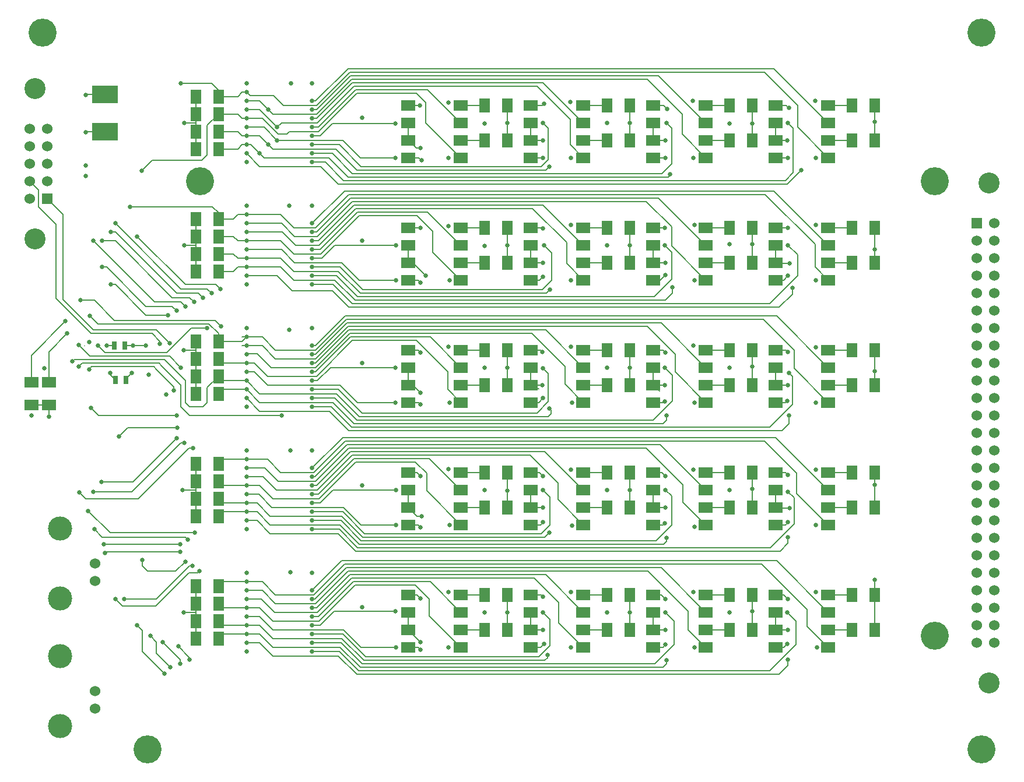
<source format=gbl>
G04 (created by PCBNEW-RS274X (2011-04-29 BZR 2986)-stable) date 8/1/2011 4:56:54 PM*
G01*
G70*
G90*
%MOIN*%
G04 Gerber Fmt 3.4, Leading zero omitted, Abs format*
%FSLAX34Y34*%
G04 APERTURE LIST*
%ADD10C,0.006000*%
%ADD11C,0.120000*%
%ADD12R,0.060000X0.060000*%
%ADD13C,0.060000*%
%ADD14C,0.160000*%
%ADD15C,0.137800*%
%ADD16R,0.060000X0.080000*%
%ADD17R,0.080000X0.060000*%
%ADD18R,0.025000X0.045000*%
%ADD19R,0.147600X0.100400*%
%ADD20C,0.025000*%
%ADD21C,0.008000*%
G04 APERTURE END LIST*
G54D10*
G54D11*
X61100Y-15600D03*
X61100Y-44200D03*
G54D12*
X60400Y-17900D03*
G54D13*
X61400Y-17900D03*
X60400Y-18900D03*
X61400Y-18900D03*
X60400Y-19900D03*
X61400Y-19900D03*
X60400Y-20900D03*
X61400Y-20900D03*
X60400Y-21900D03*
X61400Y-21900D03*
X60400Y-22900D03*
X61400Y-22900D03*
X60400Y-23900D03*
X61400Y-23900D03*
X60400Y-24900D03*
X61400Y-24900D03*
X60400Y-25900D03*
X61400Y-25900D03*
X60400Y-26900D03*
X61400Y-26900D03*
X60400Y-27900D03*
X61400Y-27900D03*
X60400Y-28900D03*
X61400Y-28900D03*
X60400Y-29900D03*
X61400Y-29900D03*
X60400Y-30900D03*
X61400Y-30900D03*
X60400Y-31900D03*
X61400Y-31900D03*
X60400Y-32900D03*
X61400Y-32900D03*
X60400Y-33900D03*
X61400Y-33900D03*
X60400Y-34900D03*
X61400Y-34900D03*
X60400Y-35900D03*
X61400Y-35900D03*
X60400Y-36900D03*
X61400Y-36900D03*
X60400Y-37900D03*
X61400Y-37900D03*
X60400Y-38900D03*
X61400Y-38900D03*
X60400Y-39900D03*
X61400Y-39900D03*
X60400Y-40900D03*
X61400Y-40900D03*
X60400Y-41900D03*
X61400Y-41900D03*
G54D14*
X58000Y-41500D03*
G54D15*
X08000Y-35350D03*
X08000Y-39350D03*
G54D13*
X10000Y-38350D03*
X10000Y-37350D03*
G54D11*
X06550Y-10200D03*
X06550Y-18800D03*
G54D12*
X07250Y-16500D03*
G54D13*
X06250Y-16500D03*
X07250Y-15500D03*
X06250Y-15500D03*
X07250Y-14500D03*
X06250Y-14500D03*
X07250Y-13500D03*
X06250Y-13500D03*
X07250Y-12500D03*
X06250Y-12500D03*
G54D14*
X16000Y-15500D03*
X58000Y-15500D03*
X13000Y-48000D03*
X60650Y-48000D03*
X07000Y-07000D03*
G54D16*
X53250Y-11150D03*
X54550Y-11150D03*
X15750Y-10650D03*
X17050Y-10650D03*
X32250Y-13150D03*
X33550Y-13150D03*
X46250Y-20150D03*
X47550Y-20150D03*
X32250Y-18150D03*
X33550Y-18150D03*
X39250Y-18150D03*
X40550Y-18150D03*
X53250Y-20150D03*
X54550Y-20150D03*
X32250Y-25150D03*
X33550Y-25150D03*
X46250Y-25150D03*
X47550Y-25150D03*
X39250Y-25150D03*
X40550Y-25150D03*
X15750Y-25650D03*
X17050Y-25650D03*
G54D17*
X06350Y-28300D03*
X06350Y-27000D03*
G54D16*
X32250Y-11150D03*
X33550Y-11150D03*
X46250Y-11150D03*
X47550Y-11150D03*
X39250Y-11150D03*
X40550Y-11150D03*
X15750Y-11650D03*
X17050Y-11650D03*
X15750Y-17650D03*
X17050Y-17650D03*
X46250Y-13150D03*
X47550Y-13150D03*
X39250Y-13150D03*
X40550Y-13150D03*
X53250Y-18150D03*
X54550Y-18150D03*
X15750Y-13650D03*
X17050Y-13650D03*
X15750Y-12650D03*
X17050Y-12650D03*
X53250Y-13150D03*
X54550Y-13150D03*
X53250Y-39150D03*
X54550Y-39150D03*
X15750Y-38650D03*
X17050Y-38650D03*
X39250Y-39150D03*
X40550Y-39150D03*
X32250Y-41150D03*
X33550Y-41150D03*
X53250Y-41150D03*
X54550Y-41150D03*
X15750Y-40650D03*
X17050Y-40650D03*
X15750Y-41650D03*
X17050Y-41650D03*
X39250Y-41150D03*
X40550Y-41150D03*
X15750Y-39650D03*
X17050Y-39650D03*
X32250Y-39150D03*
X33550Y-39150D03*
X53250Y-34150D03*
X54550Y-34150D03*
X32250Y-32150D03*
X33550Y-32150D03*
X15750Y-31650D03*
X17050Y-31650D03*
X39250Y-32150D03*
X40550Y-32150D03*
X39250Y-34150D03*
X40550Y-34150D03*
X46250Y-34150D03*
X47550Y-34150D03*
X32250Y-34150D03*
X33550Y-34150D03*
X15750Y-34650D03*
X17050Y-34650D03*
X46250Y-41150D03*
X47550Y-41150D03*
X46250Y-27150D03*
X47550Y-27150D03*
X39250Y-27150D03*
X40550Y-27150D03*
G54D17*
X07350Y-28300D03*
X07350Y-27000D03*
G54D16*
X15750Y-27650D03*
X17050Y-27650D03*
X53250Y-27150D03*
X54550Y-27150D03*
X15750Y-26650D03*
X17050Y-26650D03*
X39250Y-20150D03*
X40550Y-20150D03*
X15750Y-19650D03*
X17050Y-19650D03*
X46250Y-18150D03*
X47550Y-18150D03*
X15750Y-18650D03*
X17050Y-18650D03*
X15750Y-20650D03*
X17050Y-20650D03*
X32250Y-20150D03*
X33550Y-20150D03*
X15750Y-24650D03*
X17050Y-24650D03*
X53250Y-25150D03*
X54550Y-25150D03*
X32250Y-27150D03*
X33550Y-27150D03*
X15750Y-33650D03*
X17050Y-33650D03*
X46250Y-32150D03*
X47550Y-32150D03*
X53250Y-32150D03*
X54550Y-32150D03*
X15750Y-32650D03*
X17050Y-32650D03*
X46250Y-39150D03*
X47550Y-39150D03*
G54D18*
X11750Y-26850D03*
X11150Y-26850D03*
X11100Y-24900D03*
X11700Y-24900D03*
G54D17*
X37900Y-25150D03*
X37900Y-26150D03*
X37900Y-27150D03*
X37900Y-28150D03*
X34900Y-28150D03*
X34900Y-27150D03*
X34900Y-26150D03*
X34900Y-25150D03*
X44900Y-11150D03*
X44900Y-12150D03*
X44900Y-13150D03*
X44900Y-14150D03*
X41900Y-14150D03*
X41900Y-13150D03*
X41900Y-12150D03*
X41900Y-11150D03*
X30900Y-39150D03*
X30900Y-40150D03*
X30900Y-41150D03*
X30900Y-42150D03*
X27900Y-42150D03*
X27900Y-41150D03*
X27900Y-40150D03*
X27900Y-39150D03*
X44900Y-25150D03*
X44900Y-26150D03*
X44900Y-27150D03*
X44900Y-28150D03*
X41900Y-28150D03*
X41900Y-27150D03*
X41900Y-26150D03*
X41900Y-25150D03*
X44900Y-39150D03*
X44900Y-40150D03*
X44900Y-41150D03*
X44900Y-42150D03*
X41900Y-42150D03*
X41900Y-41150D03*
X41900Y-40150D03*
X41900Y-39150D03*
X37900Y-18150D03*
X37900Y-19150D03*
X37900Y-20150D03*
X37900Y-21150D03*
X34900Y-21150D03*
X34900Y-20150D03*
X34900Y-19150D03*
X34900Y-18150D03*
X44900Y-18150D03*
X44900Y-19150D03*
X44900Y-20150D03*
X44900Y-21150D03*
X41900Y-21150D03*
X41900Y-20150D03*
X41900Y-19150D03*
X41900Y-18150D03*
X37900Y-11150D03*
X37900Y-12150D03*
X37900Y-13150D03*
X37900Y-14150D03*
X34900Y-14150D03*
X34900Y-13150D03*
X34900Y-12150D03*
X34900Y-11150D03*
X30900Y-11150D03*
X30900Y-12150D03*
X30900Y-13150D03*
X30900Y-14150D03*
X27900Y-14150D03*
X27900Y-13150D03*
X27900Y-12150D03*
X27900Y-11150D03*
X51900Y-39150D03*
X51900Y-40150D03*
X51900Y-41150D03*
X51900Y-42150D03*
X48900Y-42150D03*
X48900Y-41150D03*
X48900Y-40150D03*
X48900Y-39150D03*
X30900Y-18150D03*
X30900Y-19150D03*
X30900Y-20150D03*
X30900Y-21150D03*
X27900Y-21150D03*
X27900Y-20150D03*
X27900Y-19150D03*
X27900Y-18150D03*
X51900Y-11150D03*
X51900Y-12150D03*
X51900Y-13150D03*
X51900Y-14150D03*
X48900Y-14150D03*
X48900Y-13150D03*
X48900Y-12150D03*
X48900Y-11150D03*
X51900Y-32150D03*
X51900Y-33150D03*
X51900Y-34150D03*
X51900Y-35150D03*
X48900Y-35150D03*
X48900Y-34150D03*
X48900Y-33150D03*
X48900Y-32150D03*
X30900Y-25150D03*
X30900Y-26150D03*
X30900Y-27150D03*
X30900Y-28150D03*
X27900Y-28150D03*
X27900Y-27150D03*
X27900Y-26150D03*
X27900Y-25150D03*
X37900Y-32150D03*
X37900Y-33150D03*
X37900Y-34150D03*
X37900Y-35150D03*
X34900Y-35150D03*
X34900Y-34150D03*
X34900Y-33150D03*
X34900Y-32150D03*
X51900Y-25150D03*
X51900Y-26150D03*
X51900Y-27150D03*
X51900Y-28150D03*
X48900Y-28150D03*
X48900Y-27150D03*
X48900Y-26150D03*
X48900Y-25150D03*
X37900Y-39150D03*
X37900Y-40150D03*
X37900Y-41150D03*
X37900Y-42150D03*
X34900Y-42150D03*
X34900Y-41150D03*
X34900Y-40150D03*
X34900Y-39150D03*
G54D15*
X08000Y-42650D03*
X08000Y-46650D03*
G54D13*
X10000Y-45650D03*
X10000Y-44650D03*
G54D17*
X30900Y-32150D03*
X30900Y-33150D03*
X30900Y-34150D03*
X30900Y-35150D03*
X27900Y-35150D03*
X27900Y-34150D03*
X27900Y-33150D03*
X27900Y-32150D03*
X51900Y-18150D03*
X51900Y-19150D03*
X51900Y-20150D03*
X51900Y-21150D03*
X48900Y-21150D03*
X48900Y-20150D03*
X48900Y-19150D03*
X48900Y-18150D03*
X44900Y-32150D03*
X44900Y-33150D03*
X44900Y-34150D03*
X44900Y-35150D03*
X41900Y-35150D03*
X41900Y-34150D03*
X41900Y-33150D03*
X41900Y-32150D03*
G54D19*
X10550Y-10537D03*
X10550Y-12663D03*
G54D14*
X60650Y-07000D03*
G54D20*
X07350Y-28950D03*
X14050Y-27700D03*
X15000Y-33150D03*
X15050Y-40150D03*
X15100Y-19150D03*
X15100Y-12150D03*
X15050Y-25150D03*
X09450Y-14600D03*
X09450Y-10550D03*
X25250Y-11850D03*
X25250Y-18900D03*
X25250Y-25900D03*
X25250Y-32900D03*
X25250Y-39850D03*
X32250Y-40150D03*
X32250Y-33150D03*
X32250Y-26150D03*
X32250Y-19200D03*
X32250Y-12200D03*
X39250Y-12150D03*
X39250Y-19150D03*
X39250Y-26150D03*
X39250Y-33150D03*
X39250Y-40150D03*
X46250Y-40150D03*
X46250Y-33150D03*
X46250Y-26150D03*
X46250Y-19100D03*
X46250Y-12200D03*
X47550Y-26100D03*
X47550Y-19100D03*
X47550Y-12200D03*
X33550Y-12150D03*
X33550Y-19150D03*
X33550Y-26150D03*
X33550Y-33200D03*
X33550Y-40150D03*
X40550Y-40150D03*
X40550Y-33150D03*
X40550Y-26150D03*
X40550Y-19150D03*
X40550Y-12150D03*
X47550Y-33100D03*
X47550Y-40100D03*
X54550Y-38300D03*
X54550Y-32850D03*
X54550Y-26350D03*
X54550Y-19400D03*
X54550Y-12100D03*
X12100Y-26450D03*
X10650Y-24900D03*
X22400Y-23900D03*
X22400Y-16900D03*
X22400Y-09900D03*
X22400Y-30900D03*
X22400Y-37900D03*
X08300Y-23500D03*
X08400Y-24200D03*
X21150Y-37850D03*
X21150Y-30900D03*
X21100Y-24000D03*
X21100Y-16900D03*
X07100Y-26200D03*
X06350Y-28900D03*
X18650Y-37900D03*
X13050Y-26550D03*
X21200Y-09900D03*
X12150Y-24900D03*
X09650Y-24700D03*
X09450Y-15200D03*
X09450Y-12700D03*
X10850Y-26450D03*
X12900Y-24900D03*
X18650Y-35400D03*
X18650Y-30900D03*
X18650Y-28400D03*
X18650Y-23900D03*
X18650Y-16900D03*
X18650Y-14400D03*
X18650Y-21400D03*
X18650Y-42400D03*
X18650Y-09900D03*
X42550Y-28100D03*
X49550Y-41950D03*
X44250Y-42150D03*
X42600Y-42000D03*
X37200Y-42150D03*
X35650Y-41950D03*
X30200Y-42150D03*
X28600Y-42300D03*
X51200Y-35150D03*
X49600Y-35000D03*
X44250Y-35250D03*
X42550Y-35050D03*
X37250Y-35200D03*
X35600Y-35000D03*
X30250Y-35150D03*
X28600Y-35300D03*
X51200Y-28150D03*
X49550Y-28050D03*
X44250Y-28150D03*
X51250Y-42150D03*
X37250Y-28150D03*
X35600Y-27900D03*
X30250Y-28150D03*
X28600Y-28250D03*
X51200Y-21150D03*
X49600Y-20900D03*
X44250Y-21150D03*
X42600Y-20850D03*
X37200Y-21150D03*
X35600Y-20950D03*
X30250Y-21150D03*
X28600Y-21300D03*
X51200Y-14150D03*
X49600Y-14150D03*
X44200Y-14150D03*
X42600Y-14150D03*
X37200Y-14150D03*
X35600Y-14150D03*
X30200Y-14150D03*
X28650Y-14300D03*
X51200Y-39000D03*
X49600Y-39400D03*
X44200Y-39000D03*
X42600Y-39400D03*
X37200Y-39000D03*
X35600Y-39250D03*
X30200Y-39000D03*
X28600Y-39350D03*
X51200Y-32000D03*
X49600Y-32300D03*
X44200Y-32000D03*
X42600Y-32350D03*
X37200Y-32000D03*
X35600Y-32350D03*
X30200Y-31950D03*
X28600Y-32350D03*
X51200Y-25000D03*
X49600Y-25250D03*
X44200Y-24900D03*
X42600Y-25300D03*
X37200Y-24950D03*
X35550Y-25250D03*
X30200Y-24950D03*
X28600Y-25300D03*
X51200Y-18000D03*
X49600Y-18150D03*
X44250Y-18000D03*
X42550Y-18150D03*
X37200Y-18000D03*
X35600Y-18200D03*
X30200Y-18050D03*
X28600Y-18150D03*
X51150Y-10900D03*
X49650Y-11300D03*
X44150Y-10900D03*
X42700Y-11350D03*
X37150Y-10950D03*
X35650Y-11050D03*
X30200Y-11000D03*
X28550Y-11150D03*
X49700Y-20200D03*
X42600Y-20150D03*
X35600Y-20150D03*
X28900Y-20900D03*
X49600Y-27150D03*
X49550Y-13150D03*
X42550Y-27150D03*
X35550Y-27150D03*
X28600Y-27600D03*
X49700Y-34200D03*
X42600Y-34150D03*
X35600Y-34150D03*
X28650Y-34650D03*
X49600Y-41150D03*
X42600Y-41150D03*
X35600Y-41150D03*
X42600Y-13150D03*
X28600Y-41850D03*
X35600Y-13150D03*
X28600Y-13600D03*
X22400Y-13900D03*
X42650Y-12150D03*
X22400Y-10900D03*
X22400Y-12900D03*
X27150Y-12200D03*
X22400Y-14400D03*
X49600Y-12150D03*
X22400Y-13400D03*
X35600Y-12150D03*
X22400Y-12400D03*
X22400Y-11900D03*
X22400Y-11400D03*
X22400Y-20900D03*
X42550Y-19150D03*
X22400Y-17900D03*
X27200Y-19150D03*
X22400Y-19900D03*
X49600Y-19150D03*
X22400Y-21400D03*
X35650Y-19150D03*
X22400Y-20400D03*
X22400Y-19400D03*
X22400Y-18900D03*
X22400Y-18400D03*
X22400Y-28400D03*
X49650Y-26450D03*
X22400Y-24900D03*
X22400Y-25400D03*
X22400Y-27400D03*
X35600Y-26200D03*
X22400Y-25900D03*
X22400Y-26400D03*
X27150Y-26150D03*
X22400Y-26900D03*
X42550Y-26150D03*
X22400Y-27900D03*
X22400Y-31900D03*
X49600Y-33250D03*
X22400Y-35400D03*
X22400Y-32400D03*
X22400Y-34400D03*
X35600Y-33150D03*
X22400Y-32900D03*
X22400Y-33900D03*
X27200Y-33150D03*
X22400Y-33400D03*
X42600Y-33150D03*
X22400Y-34900D03*
X22400Y-39400D03*
X22400Y-40900D03*
X27150Y-40100D03*
X22400Y-42400D03*
X49550Y-40150D03*
X22400Y-41900D03*
X42600Y-40150D03*
X35600Y-40150D03*
X22400Y-41400D03*
X22400Y-38900D03*
X22400Y-39900D03*
X22400Y-40400D03*
X18650Y-13900D03*
X50350Y-14850D03*
X12000Y-16950D03*
X18650Y-17400D03*
X43000Y-21550D03*
X18650Y-20400D03*
X16650Y-21900D03*
X11150Y-17900D03*
X14150Y-23150D03*
X10900Y-21400D03*
X18650Y-17900D03*
X36000Y-21700D03*
X16150Y-22150D03*
X10900Y-18400D03*
X18650Y-19900D03*
X18650Y-18400D03*
X14650Y-22900D03*
X10400Y-20400D03*
X18650Y-19400D03*
X27200Y-21150D03*
X10400Y-18900D03*
X15650Y-22400D03*
X09900Y-18900D03*
X18650Y-18900D03*
X15150Y-22650D03*
X10150Y-24900D03*
X16400Y-23900D03*
X18650Y-27900D03*
X49650Y-28900D03*
X09700Y-23200D03*
X18650Y-24400D03*
X14900Y-26150D03*
X09050Y-24850D03*
X18650Y-27400D03*
X42650Y-28900D03*
X14900Y-09900D03*
X18650Y-10400D03*
X09150Y-22300D03*
X17200Y-23800D03*
X18650Y-24900D03*
X18650Y-26900D03*
X35950Y-28500D03*
X08700Y-25800D03*
X18650Y-25400D03*
X09050Y-26100D03*
X20650Y-28900D03*
X18650Y-26400D03*
X27150Y-28150D03*
X09650Y-26250D03*
X14500Y-27450D03*
X18650Y-25900D03*
X14650Y-28900D03*
X09750Y-28450D03*
X18650Y-34900D03*
X49600Y-35850D03*
X15700Y-35600D03*
X09600Y-34350D03*
X18650Y-31400D03*
X15600Y-30750D03*
X09100Y-33300D03*
X42650Y-35900D03*
X18650Y-34400D03*
X09950Y-35400D03*
X15300Y-36000D03*
X15100Y-30450D03*
X18650Y-31900D03*
X09900Y-33250D03*
X18650Y-33900D03*
X35950Y-35600D03*
X10500Y-36250D03*
X14850Y-36250D03*
X42850Y-15100D03*
X19400Y-13900D03*
X18650Y-13400D03*
X18650Y-32400D03*
X14650Y-30200D03*
X10350Y-32700D03*
X18650Y-33400D03*
X27200Y-35150D03*
X14850Y-36700D03*
X10550Y-36750D03*
X11350Y-30100D03*
X18650Y-32900D03*
X14700Y-29600D03*
X18650Y-41900D03*
X49600Y-42850D03*
X15950Y-37800D03*
X11150Y-39400D03*
X18650Y-38400D03*
X14750Y-42100D03*
X15400Y-42850D03*
X18650Y-41400D03*
X42650Y-42900D03*
X18650Y-38900D03*
X15550Y-37500D03*
X11650Y-39400D03*
X18650Y-40900D03*
X35850Y-42600D03*
X13850Y-41850D03*
X14850Y-43100D03*
X18650Y-39400D03*
X15150Y-37250D03*
X12700Y-37150D03*
X18650Y-40400D03*
X27200Y-42150D03*
X13150Y-41500D03*
X14300Y-43300D03*
X19900Y-11400D03*
X18650Y-10900D03*
X13950Y-43650D03*
X18650Y-39900D03*
X12400Y-40900D03*
X18650Y-12900D03*
X19900Y-13400D03*
X35950Y-14650D03*
X20400Y-12400D03*
X18650Y-11400D03*
X27150Y-14150D03*
X18650Y-12400D03*
X20400Y-13150D03*
X12650Y-14900D03*
X18650Y-11900D03*
X17150Y-21650D03*
X12400Y-18650D03*
X18650Y-20900D03*
X49850Y-21600D03*
X13700Y-24800D03*
X14250Y-24750D03*
G54D21*
X09400Y-24900D02*
X09400Y-24900D01*
X07350Y-28950D02*
X07350Y-28300D01*
X11750Y-26850D02*
X11750Y-26800D01*
X07350Y-28300D02*
X06350Y-28300D01*
X15000Y-33150D02*
X15750Y-33150D01*
X15050Y-40150D02*
X15750Y-40150D01*
X15100Y-19150D02*
X15750Y-19150D01*
X15100Y-12150D02*
X15750Y-12150D01*
X15050Y-25150D02*
X15750Y-25150D01*
X10550Y-10537D02*
X09463Y-10537D01*
X09463Y-10537D02*
X09450Y-10550D01*
X33550Y-13150D02*
X33550Y-12150D01*
X33550Y-12150D02*
X33550Y-11150D01*
X33550Y-20150D02*
X33550Y-19150D01*
X33550Y-19150D02*
X33550Y-18150D01*
X33550Y-27150D02*
X33550Y-26150D01*
X33550Y-26150D02*
X33550Y-25150D01*
X33550Y-34150D02*
X33550Y-33200D01*
X33550Y-33200D02*
X33550Y-32150D01*
X33550Y-41150D02*
X33550Y-40150D01*
X33550Y-40150D02*
X33550Y-39150D01*
X40550Y-41150D02*
X40550Y-40150D01*
X40550Y-40150D02*
X40550Y-39150D01*
X40550Y-34150D02*
X40550Y-33150D01*
X40550Y-33150D02*
X40550Y-32150D01*
X40550Y-27150D02*
X40550Y-26150D01*
X40550Y-26150D02*
X40550Y-25150D01*
X40550Y-20150D02*
X40550Y-19150D01*
X40550Y-19150D02*
X40550Y-18150D01*
X40550Y-13150D02*
X40550Y-12150D01*
X40550Y-12150D02*
X40550Y-11150D01*
X47550Y-13150D02*
X47550Y-12200D01*
X47550Y-12200D02*
X47550Y-11150D01*
X47550Y-20150D02*
X47550Y-19100D01*
X47550Y-19100D02*
X47550Y-18150D01*
X47550Y-27150D02*
X47550Y-26100D01*
X47550Y-26100D02*
X47550Y-25150D01*
X47550Y-34150D02*
X47550Y-33100D01*
X47550Y-33100D02*
X47550Y-32150D01*
X47550Y-41150D02*
X47550Y-40100D01*
X47550Y-40100D02*
X47550Y-39150D01*
X54550Y-39150D02*
X54550Y-38300D01*
X54550Y-39150D02*
X54550Y-41150D01*
X54550Y-34150D02*
X54550Y-32850D01*
X54550Y-32850D02*
X54550Y-32150D01*
X54550Y-27150D02*
X54550Y-26350D01*
X54550Y-26350D02*
X54550Y-25150D01*
X54550Y-20150D02*
X54550Y-19400D01*
X54550Y-19350D02*
X54550Y-19400D01*
X54550Y-19350D02*
X54550Y-18150D01*
X54550Y-13150D02*
X54550Y-12100D01*
X54550Y-12100D02*
X54550Y-11150D01*
X11750Y-26800D02*
X12100Y-26450D01*
X11100Y-24900D02*
X10650Y-24900D01*
X15750Y-39650D02*
X15750Y-40150D01*
X15750Y-40150D02*
X15750Y-40650D01*
X15750Y-40650D02*
X15750Y-41650D01*
X15750Y-10650D02*
X15750Y-11650D01*
X15750Y-38650D02*
X15750Y-39650D01*
X15750Y-12650D02*
X15750Y-13650D01*
X15750Y-11650D02*
X15750Y-12150D01*
X15750Y-12150D02*
X15750Y-12650D01*
X15750Y-17650D02*
X15750Y-18650D01*
X15750Y-18650D02*
X15750Y-19150D01*
X15750Y-19150D02*
X15750Y-19650D01*
X15750Y-19650D02*
X15750Y-20650D01*
X15750Y-24650D02*
X15750Y-25150D01*
X15750Y-25150D02*
X15750Y-25650D01*
X15750Y-25650D02*
X15750Y-26650D01*
X15750Y-26650D02*
X15750Y-27650D01*
X15750Y-31650D02*
X15750Y-32650D01*
X15750Y-32650D02*
X15750Y-33150D01*
X15750Y-33150D02*
X15750Y-33650D01*
X15750Y-33650D02*
X15750Y-34650D01*
X06350Y-27000D02*
X06350Y-25450D01*
X06350Y-25450D02*
X08300Y-23500D01*
X07350Y-27000D02*
X07350Y-25250D01*
X07350Y-25250D02*
X08400Y-24200D01*
X21200Y-09900D02*
X21150Y-09900D01*
X09487Y-12663D02*
X10550Y-12663D01*
X09450Y-12700D02*
X09487Y-12663D01*
X10850Y-26550D02*
X11150Y-26850D01*
X12150Y-24900D02*
X12900Y-24900D01*
X10850Y-26450D02*
X10850Y-26550D01*
X11700Y-24900D02*
X12150Y-24900D01*
X48900Y-42150D02*
X49350Y-42150D01*
X49350Y-42150D02*
X49550Y-41950D01*
X41900Y-42150D02*
X42450Y-42150D01*
X42450Y-42150D02*
X42600Y-42000D01*
X34900Y-42150D02*
X35450Y-42150D01*
X35450Y-42150D02*
X35650Y-41950D01*
X27900Y-42150D02*
X28450Y-42150D01*
X28450Y-42150D02*
X28600Y-42300D01*
X48900Y-35150D02*
X49450Y-35150D01*
X49450Y-35150D02*
X49600Y-35000D01*
X41900Y-35150D02*
X42450Y-35150D01*
X42450Y-35150D02*
X42550Y-35050D01*
X34900Y-35150D02*
X35450Y-35150D01*
X35450Y-35150D02*
X35600Y-35000D01*
X27900Y-35150D02*
X28450Y-35150D01*
X28450Y-35150D02*
X28600Y-35300D01*
X48900Y-28150D02*
X49450Y-28150D01*
X49450Y-28150D02*
X49550Y-28050D01*
X41900Y-28150D02*
X42500Y-28150D01*
X42500Y-28150D02*
X42550Y-28100D01*
X34900Y-28150D02*
X35350Y-28150D01*
X35350Y-28150D02*
X35600Y-27900D01*
X27900Y-28150D02*
X28500Y-28150D01*
X28500Y-28150D02*
X28600Y-28250D01*
X48900Y-21150D02*
X49350Y-21150D01*
X49350Y-21150D02*
X49600Y-20900D01*
X41900Y-21150D02*
X42300Y-21150D01*
X42300Y-21150D02*
X42600Y-20850D01*
X34900Y-21150D02*
X35400Y-21150D01*
X35400Y-21150D02*
X35600Y-20950D01*
X27900Y-21150D02*
X28450Y-21150D01*
X28450Y-21150D02*
X28600Y-21300D01*
X48900Y-14150D02*
X49600Y-14150D01*
X41900Y-14150D02*
X42600Y-14150D01*
X27900Y-14150D02*
X28500Y-14150D01*
X28500Y-14150D02*
X28650Y-14300D01*
X34900Y-14150D02*
X35600Y-14150D01*
X48900Y-39150D02*
X49350Y-39150D01*
X49350Y-39150D02*
X49600Y-39400D01*
X41900Y-39150D02*
X42350Y-39150D01*
X42350Y-39150D02*
X42600Y-39400D01*
X34900Y-39150D02*
X35500Y-39150D01*
X35500Y-39150D02*
X35600Y-39250D01*
X27900Y-39150D02*
X28400Y-39150D01*
X28400Y-39150D02*
X28600Y-39350D01*
X48900Y-32150D02*
X49450Y-32150D01*
X49450Y-32150D02*
X49600Y-32300D01*
X41900Y-32150D02*
X42400Y-32150D01*
X42400Y-32150D02*
X42600Y-32350D01*
X34900Y-32150D02*
X35400Y-32150D01*
X35400Y-32150D02*
X35600Y-32350D01*
X27900Y-32150D02*
X28400Y-32150D01*
X28400Y-32150D02*
X28600Y-32350D01*
X48900Y-25150D02*
X49500Y-25150D01*
X49500Y-25150D02*
X49600Y-25250D01*
X41900Y-25150D02*
X42450Y-25150D01*
X42450Y-25150D02*
X42600Y-25300D01*
X34900Y-25150D02*
X35450Y-25150D01*
X35450Y-25150D02*
X35550Y-25250D01*
X27900Y-25150D02*
X28450Y-25150D01*
X28450Y-25150D02*
X28600Y-25300D01*
X48900Y-18150D02*
X49600Y-18150D01*
X41900Y-18150D02*
X42550Y-18150D01*
X34900Y-18150D02*
X35550Y-18150D01*
X35550Y-18150D02*
X35600Y-18200D01*
X27900Y-18150D02*
X28600Y-18150D01*
X48900Y-11150D02*
X49500Y-11150D01*
X49500Y-11150D02*
X49650Y-11300D01*
X41900Y-11150D02*
X42500Y-11150D01*
X42500Y-11150D02*
X42700Y-11350D01*
X34900Y-11150D02*
X35550Y-11150D01*
X35550Y-11150D02*
X35650Y-11050D01*
X27900Y-11150D02*
X28550Y-11150D01*
X48900Y-19150D02*
X48900Y-20150D01*
X48950Y-20200D02*
X48900Y-20150D01*
X49700Y-20200D02*
X48950Y-20200D01*
X41900Y-19150D02*
X41900Y-20150D01*
X42150Y-20150D02*
X41900Y-20150D01*
X41900Y-20150D02*
X42600Y-20150D01*
X34900Y-19150D02*
X34900Y-20150D01*
X34900Y-20150D02*
X35600Y-20150D01*
X28900Y-20900D02*
X28150Y-20150D01*
X28150Y-20150D02*
X27900Y-20150D01*
X27900Y-19150D02*
X27900Y-20150D01*
X49600Y-27150D02*
X48900Y-27150D01*
X48900Y-26150D02*
X48900Y-27150D01*
X48900Y-13150D02*
X49550Y-13150D01*
X48900Y-12150D02*
X48900Y-13150D01*
X41900Y-26150D02*
X41900Y-27150D01*
X41900Y-27150D02*
X42550Y-27150D01*
X42250Y-27500D02*
X41900Y-27150D01*
X41900Y-27150D02*
X42150Y-27150D01*
X34900Y-27150D02*
X35550Y-27150D01*
X35100Y-27350D02*
X34900Y-27150D01*
X35350Y-27350D02*
X35100Y-27350D01*
X34900Y-27150D02*
X35150Y-27150D01*
X34900Y-26150D02*
X34900Y-27150D01*
X28050Y-27300D02*
X27900Y-27150D01*
X28300Y-27300D02*
X28050Y-27300D01*
X28600Y-27600D02*
X28300Y-27300D01*
X27900Y-26150D02*
X27900Y-27150D01*
X27900Y-27150D02*
X28150Y-27150D01*
X48950Y-34200D02*
X48900Y-34150D01*
X49700Y-34200D02*
X48950Y-34200D01*
X48900Y-33150D02*
X48900Y-34150D01*
X41900Y-34150D02*
X42600Y-34150D01*
X41900Y-33150D02*
X41900Y-34150D01*
X34900Y-34150D02*
X35600Y-34150D01*
X34900Y-33150D02*
X34900Y-34150D01*
X28650Y-34650D02*
X28400Y-34650D01*
X28400Y-34650D02*
X27900Y-34150D01*
X27900Y-33150D02*
X27900Y-34150D01*
X28150Y-34150D02*
X27900Y-34150D01*
X48900Y-41150D02*
X49600Y-41150D01*
X49150Y-41150D02*
X48900Y-41150D01*
X48900Y-40150D02*
X48900Y-41150D01*
X41900Y-41150D02*
X42600Y-41150D01*
X41900Y-40150D02*
X41900Y-41150D01*
X42150Y-41150D02*
X41900Y-41150D01*
X34900Y-40150D02*
X34900Y-41150D01*
X34900Y-41150D02*
X35600Y-41150D01*
X35150Y-41150D02*
X34900Y-41150D01*
X41900Y-13150D02*
X42600Y-13150D01*
X41900Y-12150D02*
X41900Y-13150D01*
X28600Y-41850D02*
X27900Y-41150D01*
X27900Y-40150D02*
X27900Y-41150D01*
X34900Y-13150D02*
X35600Y-13150D01*
X34900Y-12150D02*
X34900Y-13150D01*
X28350Y-13600D02*
X27900Y-13150D01*
X28600Y-13600D02*
X28350Y-13600D01*
X28200Y-13150D02*
X27900Y-13150D01*
X27900Y-12150D02*
X27900Y-13150D01*
X42950Y-13150D02*
X42950Y-12450D01*
X42950Y-14500D02*
X42950Y-13150D01*
X24700Y-15050D02*
X42400Y-15050D01*
X23550Y-13900D02*
X24700Y-15050D01*
X22400Y-13900D02*
X23550Y-13900D01*
X42400Y-15050D02*
X42950Y-14500D01*
X42950Y-12450D02*
X42650Y-12150D01*
X39250Y-11150D02*
X37900Y-11150D01*
X37900Y-13150D02*
X39250Y-13150D01*
X46250Y-13150D02*
X44900Y-13150D01*
X32250Y-13150D02*
X30900Y-13150D01*
X53250Y-13150D02*
X51900Y-13150D01*
X22600Y-10900D02*
X24450Y-09050D01*
X22400Y-10900D02*
X22550Y-10900D01*
X48800Y-09050D02*
X51900Y-12150D01*
X22550Y-10900D02*
X22600Y-10900D01*
X24450Y-09050D02*
X48800Y-09050D01*
X53250Y-11150D02*
X51900Y-11150D01*
X44900Y-11150D02*
X46250Y-11150D01*
X27150Y-12200D02*
X23550Y-12200D01*
X23550Y-12200D02*
X22850Y-12900D01*
X22400Y-12900D02*
X22400Y-12900D01*
X22850Y-12900D02*
X22400Y-12900D01*
X49900Y-15000D02*
X49900Y-12450D01*
X22400Y-14400D02*
X23150Y-14400D01*
X49450Y-15450D02*
X49900Y-15000D01*
X23150Y-14400D02*
X24200Y-15450D01*
X24200Y-15450D02*
X49450Y-15450D01*
X49900Y-12450D02*
X49600Y-12150D01*
X35900Y-12450D02*
X35600Y-12150D01*
X23950Y-13400D02*
X25200Y-14650D01*
X25200Y-14650D02*
X35500Y-14650D01*
X35500Y-14650D02*
X35900Y-14250D01*
X35900Y-14250D02*
X35900Y-12450D01*
X22400Y-13400D02*
X23950Y-13400D01*
X22700Y-12400D02*
X22750Y-12400D01*
X29000Y-10250D02*
X24900Y-10250D01*
X22400Y-12400D02*
X22700Y-12400D01*
X22750Y-12400D02*
X24900Y-10250D01*
X30900Y-12150D02*
X29000Y-10250D01*
X32250Y-11150D02*
X30900Y-11150D01*
X35600Y-09850D02*
X24700Y-09850D01*
X24700Y-09850D02*
X22650Y-11900D01*
X22650Y-11900D02*
X22400Y-11900D01*
X37900Y-12150D02*
X35600Y-09850D01*
X22400Y-11400D02*
X22650Y-11400D01*
X22650Y-11400D02*
X24600Y-09450D01*
X24600Y-09450D02*
X42200Y-09450D01*
X42200Y-09450D02*
X44900Y-12150D01*
X42950Y-20200D02*
X42950Y-19550D01*
X22400Y-20900D02*
X23800Y-20900D01*
X41950Y-22100D02*
X42950Y-21100D01*
X25000Y-22100D02*
X41950Y-22100D01*
X42950Y-21100D02*
X42950Y-20200D01*
X23800Y-20900D02*
X25000Y-22100D01*
X42950Y-19550D02*
X42550Y-19150D01*
X37900Y-18150D02*
X39250Y-18150D01*
X37900Y-20150D02*
X39250Y-20150D01*
X44900Y-20150D02*
X46250Y-20150D01*
X32250Y-20150D02*
X30900Y-20150D01*
X53250Y-20150D02*
X51900Y-20150D01*
X22400Y-17900D02*
X24250Y-16050D01*
X24250Y-16050D02*
X48800Y-16050D01*
X51900Y-19150D02*
X48800Y-16050D01*
X51900Y-18150D02*
X53250Y-18150D01*
X44900Y-18150D02*
X46250Y-18150D01*
X23700Y-19150D02*
X27200Y-19150D01*
X22400Y-19900D02*
X22950Y-19900D01*
X22950Y-19900D02*
X23700Y-19150D01*
X48550Y-22500D02*
X50150Y-20900D01*
X50150Y-20900D02*
X50150Y-19700D01*
X50150Y-19700D02*
X49600Y-19150D01*
X24700Y-22500D02*
X48550Y-22500D01*
X23600Y-21400D02*
X24700Y-22500D01*
X22400Y-21400D02*
X23600Y-21400D01*
X36100Y-21150D02*
X35550Y-21700D01*
X36100Y-19600D02*
X36100Y-21150D01*
X35650Y-19150D02*
X36100Y-19600D01*
X35650Y-19150D02*
X35650Y-19150D01*
X22400Y-20400D02*
X24000Y-20400D01*
X24000Y-20400D02*
X25300Y-21700D01*
X25300Y-21700D02*
X35550Y-21700D01*
X22850Y-19400D02*
X22400Y-19400D01*
X25000Y-17250D02*
X22850Y-19400D01*
X29000Y-17250D02*
X25000Y-17250D01*
X30900Y-19150D02*
X29000Y-17250D01*
X30900Y-18150D02*
X32250Y-18150D01*
X35600Y-16850D02*
X37900Y-19150D01*
X24800Y-16850D02*
X35600Y-16850D01*
X22750Y-18900D02*
X24800Y-16850D01*
X22400Y-18900D02*
X22750Y-18900D01*
X24600Y-16450D02*
X42200Y-16450D01*
X44900Y-19150D02*
X42200Y-16450D01*
X22650Y-18400D02*
X24600Y-16450D01*
X22400Y-18400D02*
X22650Y-18400D01*
X39250Y-25150D02*
X37900Y-25150D01*
X39250Y-27150D02*
X37900Y-27150D01*
X46250Y-27150D02*
X44900Y-27150D01*
X30900Y-27150D02*
X32250Y-27150D01*
X22400Y-28400D02*
X23500Y-28400D01*
X49850Y-26650D02*
X49650Y-26450D01*
X49850Y-28250D02*
X49850Y-26650D01*
X48550Y-29550D02*
X49850Y-28250D01*
X24650Y-29550D02*
X48550Y-29550D01*
X23500Y-28400D02*
X24650Y-29550D01*
X51900Y-27150D02*
X53250Y-27150D01*
X53250Y-25150D02*
X51900Y-25150D01*
X46250Y-25150D02*
X44900Y-25150D01*
X48950Y-23200D02*
X51900Y-26150D01*
X24300Y-23200D02*
X48950Y-23200D01*
X22600Y-24900D02*
X24300Y-23200D01*
X22400Y-24900D02*
X22600Y-24900D01*
X42350Y-23600D02*
X44900Y-26150D01*
X24400Y-23600D02*
X42350Y-23600D01*
X22600Y-25400D02*
X24400Y-23600D01*
X22400Y-25400D02*
X22600Y-25400D01*
X22400Y-27400D02*
X23900Y-27400D01*
X35900Y-26500D02*
X35600Y-26200D01*
X35900Y-28100D02*
X35900Y-26500D01*
X35250Y-28750D02*
X35900Y-28100D01*
X25250Y-28750D02*
X35250Y-28750D01*
X23900Y-27400D02*
X25250Y-28750D01*
X22400Y-25900D02*
X22600Y-25900D01*
X37900Y-26150D02*
X35750Y-24000D01*
X22600Y-25900D02*
X24500Y-24000D01*
X24500Y-24000D02*
X35750Y-24000D01*
X32250Y-25150D02*
X30900Y-25150D01*
X22400Y-26400D02*
X22400Y-26400D01*
X22600Y-26400D02*
X22400Y-26400D01*
X24600Y-24400D02*
X22600Y-26400D01*
X29150Y-24400D02*
X24600Y-24400D01*
X30900Y-26150D02*
X29150Y-24400D01*
X27150Y-26150D02*
X27150Y-26150D01*
X22700Y-26900D02*
X22400Y-26900D01*
X22700Y-26900D02*
X23450Y-26150D01*
X27150Y-26150D02*
X23450Y-26150D01*
X43000Y-28050D02*
X41900Y-29150D01*
X42550Y-26150D02*
X43000Y-26600D01*
X43000Y-26600D02*
X43000Y-28050D01*
X22400Y-27900D02*
X23350Y-27900D01*
X24950Y-29150D02*
X41900Y-29150D01*
X23700Y-27900D02*
X24950Y-29150D01*
X23350Y-27900D02*
X23700Y-27900D01*
X37900Y-32150D02*
X39250Y-32150D01*
X37900Y-34150D02*
X39250Y-34150D01*
X44900Y-34150D02*
X46250Y-34150D01*
X32250Y-34150D02*
X30900Y-34150D01*
X24150Y-30150D02*
X48900Y-30150D01*
X48900Y-30150D02*
X51900Y-33150D01*
X22400Y-31900D02*
X24150Y-30150D01*
X23950Y-35400D02*
X25000Y-36450D01*
X25000Y-36450D02*
X48600Y-36450D01*
X48600Y-36450D02*
X49950Y-35100D01*
X49950Y-33600D02*
X49600Y-33250D01*
X49950Y-33600D02*
X49950Y-35100D01*
X22400Y-35400D02*
X23950Y-35400D01*
X51900Y-34150D02*
X53250Y-34150D01*
X51900Y-32150D02*
X53250Y-32150D01*
X44900Y-32150D02*
X46250Y-32150D01*
X42300Y-30550D02*
X44900Y-33150D01*
X24400Y-30550D02*
X42300Y-30550D01*
X22400Y-32400D02*
X22550Y-32400D01*
X22550Y-32400D02*
X24400Y-30550D01*
X36000Y-35150D02*
X36000Y-33550D01*
X22400Y-34400D02*
X24150Y-34400D01*
X35500Y-35650D02*
X36000Y-35150D01*
X25400Y-35650D02*
X35500Y-35650D01*
X24150Y-34400D02*
X25400Y-35650D01*
X36000Y-33550D02*
X35600Y-33150D01*
X22650Y-32900D02*
X22400Y-32900D01*
X24600Y-30950D02*
X22650Y-32900D01*
X35700Y-30950D02*
X24600Y-30950D01*
X37900Y-33150D02*
X35700Y-30950D01*
X22400Y-33900D02*
X22850Y-33900D01*
X22850Y-33900D02*
X23600Y-33150D01*
X23600Y-33150D02*
X27200Y-33150D01*
X32250Y-32150D02*
X30900Y-32150D01*
X29100Y-31350D02*
X24800Y-31350D01*
X30900Y-33150D02*
X29100Y-31350D01*
X22750Y-33400D02*
X22400Y-33400D01*
X24800Y-31350D02*
X22750Y-33400D01*
X42950Y-33500D02*
X42950Y-35150D01*
X42600Y-33150D02*
X42950Y-33500D01*
X22400Y-34900D02*
X24050Y-34900D01*
X42050Y-36050D02*
X42950Y-35150D01*
X25200Y-36050D02*
X42050Y-36050D01*
X24050Y-34900D02*
X25200Y-36050D01*
X39250Y-39150D02*
X37900Y-39150D01*
X37900Y-41150D02*
X39250Y-41150D01*
X22400Y-39400D02*
X22550Y-39400D01*
X22550Y-39400D02*
X24350Y-37600D01*
X24350Y-37600D02*
X42350Y-37600D01*
X42350Y-37600D02*
X44900Y-40150D01*
X46250Y-41150D02*
X44900Y-41150D01*
X22400Y-40900D02*
X22850Y-40900D01*
X22850Y-40900D02*
X23650Y-40100D01*
X23650Y-40100D02*
X27150Y-40100D01*
X30900Y-41150D02*
X32250Y-41150D01*
X22400Y-42400D02*
X23950Y-42400D01*
X23950Y-42400D02*
X25050Y-43500D01*
X25050Y-43500D02*
X48550Y-43500D01*
X48550Y-43500D02*
X50050Y-42000D01*
X50050Y-40650D02*
X50050Y-42000D01*
X49550Y-40150D02*
X50050Y-40650D01*
X53250Y-41150D02*
X51900Y-41150D01*
X53250Y-39150D02*
X51900Y-39150D01*
X46250Y-39150D02*
X44900Y-39150D01*
X22400Y-41900D02*
X24050Y-41900D01*
X24050Y-41900D02*
X25250Y-43100D01*
X25250Y-43100D02*
X42000Y-43100D01*
X42000Y-43100D02*
X43100Y-42000D01*
X43100Y-40650D02*
X43100Y-42000D01*
X42600Y-40150D02*
X43100Y-40650D01*
X36000Y-40550D02*
X36000Y-42050D01*
X35600Y-40150D02*
X36000Y-40550D01*
X22400Y-41400D02*
X24150Y-41400D01*
X35350Y-42700D02*
X36000Y-42050D01*
X25450Y-42700D02*
X35350Y-42700D01*
X24150Y-41400D02*
X25450Y-42700D01*
X22400Y-38900D02*
X24100Y-37200D01*
X24100Y-37200D02*
X48950Y-37200D01*
X48950Y-37200D02*
X51900Y-40150D01*
X24550Y-38000D02*
X35750Y-38000D01*
X22650Y-39900D02*
X24550Y-38000D01*
X22400Y-39900D02*
X22650Y-39900D01*
X35750Y-38000D02*
X37900Y-40150D01*
X32250Y-39150D02*
X30900Y-39150D01*
X22750Y-40400D02*
X22400Y-40400D01*
X29150Y-38400D02*
X30900Y-40150D01*
X24750Y-38400D02*
X29150Y-38400D01*
X22750Y-40400D02*
X24750Y-38400D01*
X49550Y-15650D02*
X50350Y-14850D01*
X18650Y-13900D02*
X19400Y-14650D01*
X19400Y-14650D02*
X22900Y-14650D01*
X22900Y-14650D02*
X23900Y-15650D01*
X23900Y-15650D02*
X49550Y-15650D01*
X16700Y-16950D02*
X12000Y-16950D01*
X16700Y-16950D02*
X17050Y-17300D01*
X17050Y-17300D02*
X17050Y-17650D01*
X12000Y-16950D02*
X12000Y-16950D01*
X51150Y-20400D02*
X51900Y-21150D01*
X51150Y-19100D02*
X51150Y-20400D01*
X48300Y-16250D02*
X51150Y-19100D01*
X24500Y-16250D02*
X48300Y-16250D01*
X22600Y-18150D02*
X24500Y-16250D01*
X21350Y-18150D02*
X22600Y-18150D01*
X20600Y-17400D02*
X21350Y-18150D01*
X20400Y-17400D02*
X20600Y-17400D01*
X18150Y-17400D02*
X18650Y-17400D01*
X17900Y-17650D02*
X18150Y-17400D01*
X17050Y-17650D02*
X17900Y-17650D01*
X18650Y-17400D02*
X20400Y-17400D01*
X20500Y-20400D02*
X18650Y-20400D01*
X24850Y-22300D02*
X42600Y-22300D01*
X23700Y-21150D02*
X24850Y-22300D01*
X42600Y-22300D02*
X43000Y-21900D01*
X20600Y-20400D02*
X21350Y-21150D01*
X20500Y-20400D02*
X20600Y-20400D01*
X43000Y-21900D02*
X43000Y-21550D01*
X16400Y-21650D02*
X16650Y-21900D01*
X14900Y-21650D02*
X16400Y-21650D01*
X17050Y-20650D02*
X17900Y-20650D01*
X18150Y-20400D02*
X18650Y-20400D01*
X17900Y-20650D02*
X18150Y-20400D01*
X11150Y-17900D02*
X14900Y-21650D01*
X21350Y-21150D02*
X23700Y-21150D01*
X20500Y-17900D02*
X20650Y-17900D01*
X20650Y-17900D02*
X21400Y-18650D01*
X21400Y-18650D02*
X22700Y-18650D01*
X22700Y-18650D02*
X24700Y-16650D01*
X24700Y-16650D02*
X41500Y-16650D01*
X42950Y-18100D02*
X42950Y-19200D01*
X41500Y-16650D02*
X42950Y-18100D01*
X42950Y-19200D02*
X44900Y-21150D01*
X12900Y-23150D02*
X14150Y-23150D01*
X11150Y-21400D02*
X12900Y-23150D01*
X10900Y-21400D02*
X11150Y-21400D01*
X18650Y-17900D02*
X20500Y-17900D01*
X35800Y-21900D02*
X36000Y-21700D01*
X25150Y-21900D02*
X35800Y-21900D01*
X23900Y-20650D02*
X25150Y-21900D01*
X21350Y-20650D02*
X23900Y-20650D01*
X20600Y-19900D02*
X21350Y-20650D01*
X20200Y-19900D02*
X20600Y-19900D01*
X15900Y-21900D02*
X16150Y-22150D01*
X15900Y-21900D02*
X14650Y-21900D01*
X11150Y-18400D02*
X10900Y-18400D01*
X14650Y-21900D02*
X11150Y-18400D01*
X17050Y-19650D02*
X17900Y-19650D01*
X18150Y-19900D02*
X18650Y-19900D01*
X17900Y-19650D02*
X18150Y-19900D01*
X18650Y-19900D02*
X20200Y-19900D01*
X36950Y-20200D02*
X37900Y-21150D01*
X36950Y-19000D02*
X36950Y-20200D01*
X35000Y-17050D02*
X36950Y-19000D01*
X24900Y-17050D02*
X35000Y-17050D01*
X22800Y-19150D02*
X24900Y-17050D01*
X21450Y-19150D02*
X22800Y-19150D01*
X20700Y-18400D02*
X21450Y-19150D01*
X19800Y-18400D02*
X20700Y-18400D01*
X12900Y-22650D02*
X14400Y-22650D01*
X14400Y-22650D02*
X14650Y-22900D01*
X18650Y-18400D02*
X19800Y-18400D01*
X10650Y-20400D02*
X12900Y-22650D01*
X10400Y-20400D02*
X10650Y-20400D01*
X27200Y-21150D02*
X27200Y-21150D01*
X25100Y-21150D02*
X27200Y-21150D01*
X24100Y-20150D02*
X25100Y-21150D01*
X21400Y-20150D02*
X24100Y-20150D01*
X20650Y-19400D02*
X21400Y-20150D01*
X20150Y-19400D02*
X20650Y-19400D01*
X10400Y-18900D02*
X11150Y-18900D01*
X11150Y-18900D02*
X14400Y-22150D01*
X14400Y-22150D02*
X15400Y-22150D01*
X15400Y-22150D02*
X15650Y-22400D01*
X18650Y-19400D02*
X20150Y-19400D01*
X09900Y-18900D02*
X13400Y-22400D01*
X18650Y-18900D02*
X18650Y-18900D01*
X29300Y-19550D02*
X29300Y-18350D01*
X17050Y-18650D02*
X17900Y-18650D01*
X29300Y-18350D02*
X28400Y-17450D01*
X18150Y-18900D02*
X18650Y-18900D01*
X17900Y-18650D02*
X18150Y-18900D01*
X28400Y-17450D02*
X25950Y-17450D01*
X29300Y-19550D02*
X30900Y-21150D01*
X25100Y-17450D02*
X25950Y-17450D01*
X18650Y-18900D02*
X20600Y-18900D01*
X21350Y-19650D02*
X20600Y-18900D01*
X22900Y-19650D02*
X21350Y-19650D01*
X25100Y-17450D02*
X22900Y-19650D01*
X14900Y-22400D02*
X15150Y-22650D01*
X13400Y-22400D02*
X14900Y-22400D01*
X15500Y-23900D02*
X14100Y-25300D01*
X16400Y-23900D02*
X15500Y-23900D01*
X10150Y-24900D02*
X10550Y-25300D01*
X18650Y-27900D02*
X19400Y-28650D01*
X49650Y-28900D02*
X49650Y-28900D01*
X49650Y-29350D02*
X49650Y-28900D01*
X49250Y-29750D02*
X49650Y-29350D01*
X24500Y-29750D02*
X49250Y-29750D01*
X23400Y-28650D02*
X24500Y-29750D01*
X19400Y-28650D02*
X23400Y-28650D01*
X10550Y-25300D02*
X14100Y-25300D01*
X11150Y-23650D02*
X16500Y-23650D01*
X16500Y-23650D02*
X17050Y-24200D01*
X17050Y-24200D02*
X17050Y-24650D01*
X10150Y-23650D02*
X11150Y-23650D01*
X09700Y-23200D02*
X10150Y-23650D01*
X17050Y-24650D02*
X18400Y-24650D01*
X18400Y-24650D02*
X18650Y-24400D01*
X49950Y-26200D02*
X51900Y-28150D01*
X18650Y-24400D02*
X19550Y-24400D01*
X19550Y-24400D02*
X20300Y-25150D01*
X20300Y-25150D02*
X22600Y-25150D01*
X22600Y-25150D02*
X24350Y-23400D01*
X24350Y-23400D02*
X48200Y-23400D01*
X48200Y-23400D02*
X49950Y-25150D01*
X49950Y-25150D02*
X49950Y-26200D01*
X18400Y-24400D02*
X18650Y-24400D01*
X18650Y-27400D02*
X17300Y-27400D01*
X17300Y-27400D02*
X17050Y-27650D01*
X14250Y-25500D02*
X14900Y-26150D01*
X10000Y-25500D02*
X14250Y-25500D01*
X09700Y-25500D02*
X10000Y-25500D01*
X09050Y-24850D02*
X09700Y-25500D01*
X18650Y-27400D02*
X19400Y-28150D01*
X42650Y-28900D02*
X42650Y-28900D01*
X42650Y-29150D02*
X42650Y-28900D01*
X42450Y-29350D02*
X42650Y-29150D01*
X24800Y-29350D02*
X42450Y-29350D01*
X23600Y-28150D02*
X24800Y-29350D01*
X19400Y-28150D02*
X23600Y-28150D01*
X51900Y-14150D02*
X50150Y-12400D01*
X18850Y-10600D02*
X20200Y-10600D01*
X20200Y-10600D02*
X20750Y-11150D01*
X20750Y-11150D02*
X22600Y-11150D01*
X22600Y-11150D02*
X22650Y-11150D01*
X22650Y-11150D02*
X24550Y-09250D01*
X24550Y-09250D02*
X48250Y-09250D01*
X48250Y-09250D02*
X50150Y-11150D01*
X18850Y-10600D02*
X18650Y-10400D01*
X50150Y-12400D02*
X50150Y-11150D01*
X17050Y-10300D02*
X17050Y-10650D01*
X16650Y-09900D02*
X17050Y-10300D01*
X14900Y-09900D02*
X16650Y-09900D01*
X18400Y-10400D02*
X18650Y-10400D01*
X18150Y-10650D02*
X18400Y-10400D01*
X17050Y-10650D02*
X18150Y-10650D01*
X11100Y-23450D02*
X16850Y-23450D01*
X18650Y-24900D02*
X19550Y-24900D01*
X20300Y-25650D02*
X22600Y-25650D01*
X24450Y-23800D02*
X41550Y-23800D01*
X19550Y-24900D02*
X20300Y-25650D01*
X41550Y-23800D02*
X43150Y-25400D01*
X18400Y-24900D02*
X18650Y-24900D01*
X43150Y-25400D02*
X43150Y-26400D01*
X43150Y-26400D02*
X44900Y-28150D01*
X22600Y-25650D02*
X24450Y-23800D01*
X16850Y-23450D02*
X17200Y-23800D01*
X09950Y-22300D02*
X11100Y-23450D01*
X09150Y-22300D02*
X09950Y-22300D01*
X18650Y-26900D02*
X17300Y-26900D01*
X17300Y-26900D02*
X17050Y-26650D01*
X18650Y-26900D02*
X19400Y-27650D01*
X36050Y-28600D02*
X35950Y-28500D01*
X36050Y-28800D02*
X36050Y-28600D01*
X35900Y-28950D02*
X36050Y-28800D01*
X25100Y-28950D02*
X35900Y-28950D01*
X23800Y-27650D02*
X25100Y-28950D01*
X19400Y-27650D02*
X23800Y-27650D01*
X13950Y-25700D02*
X08800Y-25700D01*
X13950Y-25700D02*
X15150Y-26900D01*
X15150Y-26900D02*
X15150Y-28150D01*
X15150Y-28150D02*
X15400Y-28400D01*
X15400Y-28400D02*
X16150Y-28400D01*
X16150Y-28400D02*
X16400Y-28150D01*
X16400Y-28150D02*
X16400Y-27300D01*
X17050Y-26650D02*
X16400Y-27300D01*
X08800Y-25700D02*
X08700Y-25800D01*
X18650Y-25400D02*
X18700Y-25350D01*
X36850Y-27100D02*
X37900Y-28150D01*
X36850Y-26100D02*
X36850Y-27100D01*
X34950Y-24200D02*
X36850Y-26100D01*
X24550Y-24200D02*
X34950Y-24200D01*
X22600Y-26150D02*
X24550Y-24200D01*
X20050Y-26150D02*
X22600Y-26150D01*
X19250Y-25350D02*
X20050Y-26150D01*
X18700Y-25350D02*
X19250Y-25350D01*
X09750Y-25900D02*
X09250Y-25900D01*
X09250Y-25900D02*
X09050Y-26100D01*
X13800Y-26050D02*
X14900Y-27150D01*
X14900Y-27150D02*
X14900Y-28400D01*
X14900Y-28400D02*
X15400Y-28900D01*
X20650Y-28900D02*
X15400Y-28900D01*
X13650Y-25900D02*
X13800Y-26050D01*
X09732Y-25900D02*
X09750Y-25900D01*
X09750Y-25900D02*
X13650Y-25900D01*
X18650Y-26400D02*
X19100Y-26400D01*
X25000Y-28150D02*
X27150Y-28150D01*
X24000Y-27150D02*
X25000Y-28150D01*
X19850Y-27150D02*
X24000Y-27150D01*
X19100Y-26400D02*
X19850Y-27150D01*
X09800Y-26100D02*
X10182Y-26100D01*
X09650Y-26250D02*
X09800Y-26100D01*
X10182Y-26100D02*
X13350Y-26100D01*
X14500Y-27450D02*
X14500Y-27250D01*
X13500Y-26250D02*
X14400Y-27150D01*
X14500Y-27250D02*
X14400Y-27150D01*
X13350Y-26100D02*
X13500Y-26250D01*
X10100Y-26100D02*
X10182Y-26100D01*
X18650Y-25900D02*
X18600Y-25950D01*
X30150Y-27400D02*
X30150Y-26400D01*
X30150Y-26400D02*
X28350Y-24600D01*
X28350Y-24600D02*
X24700Y-24600D01*
X24700Y-24600D02*
X22650Y-26650D01*
X22650Y-26650D02*
X19850Y-26650D01*
X19850Y-26650D02*
X19100Y-25900D01*
X19100Y-25900D02*
X18650Y-25900D01*
X30900Y-28150D02*
X30150Y-27400D01*
X17300Y-25900D02*
X17050Y-25650D01*
X18650Y-25900D02*
X17300Y-25900D01*
X10200Y-28900D02*
X14650Y-28900D01*
X09750Y-28450D02*
X10200Y-28900D01*
X49150Y-36650D02*
X49600Y-36200D01*
X19250Y-34900D02*
X20000Y-35650D01*
X20000Y-35650D02*
X23900Y-35650D01*
X23900Y-35650D02*
X24900Y-36650D01*
X24900Y-36650D02*
X49150Y-36650D01*
X18650Y-34900D02*
X19250Y-34900D01*
X49600Y-36200D02*
X49600Y-35850D01*
X10850Y-35600D02*
X15700Y-35600D01*
X09600Y-34350D02*
X10850Y-35600D01*
X18650Y-31400D02*
X17300Y-31400D01*
X17300Y-31400D02*
X17050Y-31650D01*
X18650Y-31400D02*
X19700Y-31400D01*
X50100Y-33350D02*
X51900Y-35150D01*
X50100Y-32200D02*
X50100Y-33350D01*
X48250Y-30350D02*
X50100Y-32200D01*
X24300Y-30350D02*
X48250Y-30350D01*
X22500Y-32150D02*
X24300Y-30350D01*
X20600Y-32150D02*
X22500Y-32150D01*
X19850Y-31400D02*
X20600Y-32150D01*
X19700Y-31400D02*
X19850Y-31400D01*
X15350Y-30750D02*
X15600Y-30750D01*
X12450Y-33650D02*
X15350Y-30750D01*
X09450Y-33650D02*
X12450Y-33650D01*
X09100Y-33300D02*
X09450Y-33650D01*
X18650Y-34400D02*
X17300Y-34400D01*
X17300Y-34400D02*
X17050Y-34650D01*
X42650Y-35900D02*
X42650Y-36100D01*
X42650Y-36100D02*
X42500Y-36250D01*
X42650Y-35900D02*
X42650Y-35900D01*
X18650Y-34400D02*
X19250Y-34400D01*
X19250Y-34400D02*
X20000Y-35150D01*
X20000Y-35150D02*
X24000Y-35150D01*
X24000Y-35150D02*
X25100Y-36250D01*
X25100Y-36250D02*
X42500Y-36250D01*
X09950Y-35400D02*
X10400Y-35850D01*
X10400Y-35850D02*
X10550Y-35850D01*
X15150Y-35850D02*
X15300Y-36000D01*
X10550Y-35850D02*
X15150Y-35850D01*
X24500Y-30750D02*
X41500Y-30750D01*
X22600Y-32650D02*
X24500Y-30750D01*
X20450Y-32650D02*
X22600Y-32650D01*
X41500Y-30750D02*
X43600Y-32850D01*
X18650Y-31900D02*
X19700Y-31900D01*
X43600Y-33850D02*
X44900Y-35150D01*
X19700Y-31900D02*
X20450Y-32650D01*
X43600Y-32850D02*
X43600Y-33850D01*
X09900Y-33250D02*
X12100Y-33250D01*
X14900Y-30450D02*
X15100Y-30450D01*
X12100Y-33250D02*
X14900Y-30450D01*
X18650Y-33900D02*
X17300Y-33900D01*
X17300Y-33900D02*
X17050Y-33650D01*
X35950Y-35600D02*
X35700Y-35850D01*
X19250Y-33900D02*
X20000Y-34650D01*
X20000Y-34650D02*
X24100Y-34650D01*
X24100Y-34650D02*
X25300Y-35850D01*
X19250Y-33900D02*
X18650Y-33900D01*
X35700Y-35850D02*
X25300Y-35850D01*
X35950Y-35600D02*
X35950Y-35600D01*
X10450Y-36250D02*
X10500Y-36250D01*
X10500Y-36250D02*
X14850Y-36250D01*
X19400Y-13900D02*
X19650Y-14150D01*
X42900Y-15100D02*
X42850Y-15100D01*
X42750Y-15250D02*
X42900Y-15100D01*
X24450Y-15250D02*
X42750Y-15250D01*
X23350Y-14150D02*
X24450Y-15250D01*
X19650Y-14150D02*
X23350Y-14150D01*
X18900Y-13400D02*
X18650Y-13400D01*
X19400Y-13900D02*
X18900Y-13400D01*
X18400Y-13400D02*
X18650Y-13400D01*
X18150Y-13650D02*
X18400Y-13400D01*
X17050Y-13650D02*
X18150Y-13650D01*
X37900Y-35150D02*
X36450Y-33700D01*
X19400Y-32400D02*
X19600Y-32400D01*
X19600Y-32400D02*
X20350Y-33150D01*
X20350Y-33150D02*
X22700Y-33150D01*
X22700Y-33150D02*
X24700Y-31150D01*
X24700Y-31150D02*
X34850Y-31150D01*
X34850Y-31150D02*
X36450Y-32750D01*
X36450Y-32750D02*
X36450Y-33700D01*
X19400Y-32400D02*
X18650Y-32400D01*
X14650Y-30200D02*
X12150Y-32700D01*
X10350Y-32700D02*
X10350Y-32700D01*
X12150Y-32700D02*
X10350Y-32700D01*
X18650Y-33400D02*
X19350Y-33400D01*
X25200Y-35150D02*
X27200Y-35150D01*
X24200Y-34150D02*
X25200Y-35150D01*
X20100Y-34150D02*
X24200Y-34150D01*
X19350Y-33400D02*
X20100Y-34150D01*
X10600Y-36700D02*
X14850Y-36700D01*
X10550Y-36750D02*
X10600Y-36700D01*
X28950Y-33200D02*
X28950Y-32200D01*
X28950Y-32200D02*
X28300Y-31550D01*
X28300Y-31550D02*
X24900Y-31550D01*
X24900Y-31550D02*
X22800Y-33650D01*
X22800Y-33650D02*
X20150Y-33650D01*
X20150Y-33650D02*
X19400Y-32900D01*
X19400Y-32900D02*
X18650Y-32900D01*
X30900Y-35150D02*
X28950Y-33200D01*
X17300Y-32900D02*
X17050Y-32650D01*
X18650Y-32900D02*
X17300Y-32900D01*
X11350Y-30100D02*
X11850Y-29600D01*
X11850Y-29600D02*
X14700Y-29600D01*
X18650Y-41900D02*
X19400Y-41900D01*
X49600Y-42850D02*
X49600Y-42850D01*
X49600Y-43200D02*
X49600Y-42850D01*
X49100Y-43700D02*
X49600Y-43200D01*
X24950Y-43700D02*
X49100Y-43700D01*
X23900Y-42650D02*
X24950Y-43700D01*
X20150Y-42650D02*
X23900Y-42650D01*
X19400Y-41900D02*
X20150Y-42650D01*
X13450Y-39800D02*
X15350Y-37900D01*
X15350Y-37900D02*
X15850Y-37900D01*
X15850Y-37900D02*
X15950Y-37800D01*
X11550Y-39800D02*
X13450Y-39800D01*
X11150Y-39400D02*
X11550Y-39800D01*
X18650Y-38400D02*
X17300Y-38400D01*
X17300Y-38400D02*
X17050Y-38650D01*
X18650Y-38400D02*
X19550Y-38400D01*
X50700Y-40950D02*
X51900Y-42150D01*
X50700Y-40000D02*
X50700Y-40950D01*
X48100Y-37400D02*
X50700Y-40000D01*
X24250Y-37400D02*
X48100Y-37400D01*
X22500Y-39150D02*
X24250Y-37400D01*
X20300Y-39150D02*
X22500Y-39150D01*
X19550Y-38400D02*
X20300Y-39150D01*
X14750Y-42100D02*
X15400Y-42750D01*
X15400Y-42750D02*
X15400Y-42850D01*
X18650Y-41400D02*
X17300Y-41400D01*
X17300Y-41400D02*
X17050Y-41650D01*
X18650Y-41400D02*
X19400Y-41400D01*
X42650Y-42900D02*
X42650Y-42900D01*
X42650Y-43100D02*
X42650Y-42900D01*
X42450Y-43300D02*
X42650Y-43100D01*
X25150Y-43300D02*
X42450Y-43300D01*
X24000Y-42150D02*
X25150Y-43300D01*
X20150Y-42150D02*
X24000Y-42150D01*
X19400Y-41400D02*
X20150Y-42150D01*
X41600Y-37800D02*
X43900Y-40100D01*
X22600Y-39650D02*
X24450Y-37800D01*
X18650Y-38900D02*
X19550Y-38900D01*
X43900Y-41150D02*
X44900Y-42150D01*
X43900Y-40100D02*
X43900Y-41150D01*
X19550Y-38900D02*
X20300Y-39650D01*
X20300Y-39650D02*
X22600Y-39650D01*
X24450Y-37800D02*
X41600Y-37800D01*
X15400Y-37500D02*
X15550Y-37500D01*
X13500Y-39400D02*
X15400Y-37500D01*
X13500Y-39400D02*
X11650Y-39400D01*
X18650Y-40900D02*
X17300Y-40900D01*
X18650Y-40900D02*
X19400Y-40900D01*
X35850Y-42600D02*
X35850Y-42600D01*
X35850Y-42750D02*
X35850Y-42600D01*
X35700Y-42900D02*
X35850Y-42750D01*
X25350Y-42900D02*
X35700Y-42900D01*
X24100Y-41650D02*
X25350Y-42900D01*
X20150Y-41650D02*
X24100Y-41650D01*
X19400Y-40900D02*
X20150Y-41650D01*
X13850Y-41850D02*
X14850Y-42850D01*
X14850Y-42850D02*
X14850Y-43100D01*
X17300Y-40900D02*
X17050Y-40650D01*
X35100Y-38200D02*
X36500Y-39600D01*
X36500Y-39600D02*
X36500Y-40750D01*
X36500Y-40750D02*
X37900Y-42150D01*
X18650Y-39400D02*
X19350Y-39400D01*
X22700Y-40150D02*
X24650Y-38200D01*
X20250Y-40150D02*
X22700Y-40150D01*
X19500Y-39400D02*
X20250Y-40150D01*
X19350Y-39400D02*
X19500Y-39400D01*
X24650Y-38200D02*
X35100Y-38200D01*
X14600Y-37800D02*
X15150Y-37250D01*
X13000Y-37800D02*
X14600Y-37800D01*
X12700Y-37500D02*
X13000Y-37800D01*
X12700Y-37150D02*
X12700Y-37500D01*
X18650Y-40400D02*
X19400Y-40400D01*
X25200Y-42150D02*
X27200Y-42150D01*
X24200Y-41150D02*
X25200Y-42150D01*
X20150Y-41150D02*
X24200Y-41150D01*
X19400Y-40400D02*
X20150Y-41150D01*
X13500Y-42500D02*
X14300Y-43300D01*
X13500Y-41850D02*
X13500Y-42500D01*
X13150Y-41500D02*
X13500Y-41850D01*
X14300Y-43300D02*
X14300Y-43300D01*
X43550Y-12800D02*
X43550Y-11650D01*
X22650Y-11650D02*
X24650Y-09650D01*
X44900Y-14150D02*
X43550Y-12800D01*
X24650Y-09650D02*
X41550Y-09650D01*
X20150Y-11650D02*
X22600Y-11650D01*
X22600Y-11650D02*
X22650Y-11650D01*
X41550Y-09650D02*
X43550Y-11650D01*
X19400Y-10900D02*
X18650Y-10900D01*
X20150Y-11650D02*
X19900Y-11400D01*
X19900Y-11400D02*
X19400Y-10900D01*
X12400Y-40900D02*
X12700Y-41200D01*
X12700Y-41200D02*
X12700Y-42400D01*
X12700Y-42400D02*
X13950Y-43650D01*
X28300Y-38600D02*
X29100Y-39400D01*
X29100Y-39400D02*
X29100Y-40350D01*
X19400Y-39900D02*
X18650Y-39900D01*
X20150Y-40650D02*
X19400Y-39900D01*
X22800Y-40650D02*
X20150Y-40650D01*
X24850Y-38600D02*
X22800Y-40650D01*
X24850Y-38600D02*
X28300Y-38600D01*
X30900Y-42150D02*
X29100Y-40350D01*
X17300Y-39900D02*
X17050Y-39650D01*
X18650Y-39900D02*
X17300Y-39900D01*
X18150Y-12650D02*
X18400Y-12900D01*
X17050Y-12650D02*
X18150Y-12650D01*
X18400Y-12900D02*
X18650Y-12900D01*
X24950Y-14850D02*
X35750Y-14850D01*
X35750Y-14850D02*
X35950Y-14650D01*
X19900Y-13400D02*
X19400Y-12900D01*
X19400Y-12900D02*
X18650Y-12900D01*
X20150Y-13650D02*
X23750Y-13650D01*
X19900Y-13400D02*
X20150Y-13650D01*
X23750Y-13650D02*
X24950Y-14850D01*
X37900Y-14150D02*
X37150Y-13400D01*
X20400Y-12400D02*
X19400Y-11400D01*
X19400Y-11400D02*
X18650Y-11400D01*
X37150Y-13400D02*
X37150Y-11950D01*
X20650Y-12150D02*
X20400Y-12400D01*
X35250Y-10050D02*
X37150Y-11950D01*
X24800Y-10050D02*
X35250Y-10050D01*
X22700Y-12150D02*
X24800Y-10050D01*
X20650Y-12150D02*
X22700Y-12150D01*
X20400Y-13150D02*
X23350Y-13150D01*
X25150Y-14150D02*
X27150Y-14150D01*
X24150Y-13150D02*
X25150Y-14150D01*
X23350Y-13150D02*
X24150Y-13150D01*
X19650Y-12400D02*
X18650Y-12400D01*
X20400Y-13150D02*
X19650Y-12400D01*
X16400Y-12300D02*
X17050Y-11650D01*
X28750Y-10850D02*
X28900Y-11000D01*
X24950Y-10450D02*
X28350Y-10450D01*
X28350Y-10450D02*
X28750Y-10850D01*
X18650Y-11900D02*
X19350Y-11900D01*
X21100Y-12650D02*
X22750Y-12650D01*
X20950Y-12800D02*
X21100Y-12650D01*
X20450Y-12800D02*
X20950Y-12800D01*
X19550Y-11900D02*
X20450Y-12800D01*
X19350Y-11900D02*
X19550Y-11900D01*
X16400Y-14000D02*
X16400Y-12300D01*
X18150Y-11650D02*
X18400Y-11900D01*
X18400Y-11900D02*
X18650Y-11900D01*
X17050Y-11650D02*
X18150Y-11650D01*
X22750Y-12650D02*
X24950Y-10450D01*
X28900Y-12150D02*
X30900Y-14150D01*
X28900Y-11000D02*
X28900Y-12150D01*
X12650Y-14900D02*
X13250Y-14300D01*
X13250Y-14300D02*
X16100Y-14300D01*
X16100Y-14300D02*
X16400Y-14000D01*
X15150Y-21400D02*
X16900Y-21400D01*
X12400Y-18650D02*
X15150Y-21400D01*
X49100Y-22700D02*
X49850Y-21950D01*
X20400Y-20900D02*
X21250Y-21750D01*
X21250Y-21750D02*
X23550Y-21750D01*
X23550Y-21750D02*
X24500Y-22700D01*
X24500Y-22700D02*
X49100Y-22700D01*
X18650Y-20900D02*
X20400Y-20900D01*
X16900Y-21400D02*
X17150Y-21650D01*
X49850Y-21950D02*
X49850Y-21600D01*
X06250Y-15500D02*
X06750Y-16000D01*
X09750Y-24200D02*
X07750Y-22200D01*
X13250Y-24200D02*
X09750Y-24200D01*
X13700Y-24650D02*
X13250Y-24200D01*
X13700Y-24800D02*
X13700Y-24650D01*
X07750Y-17950D02*
X07750Y-22200D01*
X06750Y-16950D02*
X07750Y-17950D01*
X06750Y-16000D02*
X06750Y-16950D01*
X08150Y-17400D02*
X08150Y-22250D01*
X07250Y-16500D02*
X08150Y-17400D01*
X13500Y-24000D02*
X09900Y-24000D01*
X09900Y-24000D02*
X08150Y-22250D01*
X14250Y-24750D02*
X13500Y-24000D01*
X07250Y-16500D02*
X07250Y-16500D01*
M02*

</source>
